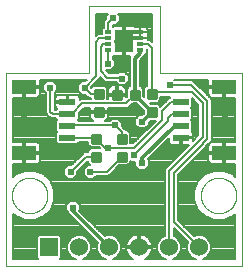
<source format=gtl>
G75*
%MOIN*%
%OFA0B0*%
%FSLAX25Y25*%
%IPPOS*%
%LPD*%
%AMOC8*
5,1,8,0,0,1.08239X$1,22.5*
%
%ADD10C,0.00100*%
%ADD11C,0.00000*%
%ADD12C,0.00875*%
%ADD13R,0.06000X0.06000*%
%ADD14C,0.06000*%
%ADD15R,0.05315X0.02362*%
%ADD16R,0.07874X0.04724*%
%ADD17R,0.06102X0.07283*%
%ADD18R,0.02362X0.01181*%
%ADD19C,0.01200*%
%ADD20C,0.00800*%
%ADD21C,0.02400*%
%ADD22C,0.00700*%
D10*
X0011938Y0001701D02*
X0011938Y0066268D01*
X0039498Y0066268D01*
X0039498Y0088315D01*
X0063120Y0088315D01*
X0063120Y0066268D01*
X0090679Y0066268D01*
X0090679Y0001701D01*
X0011938Y0001701D01*
D11*
X0013906Y0025323D02*
X0013908Y0025476D01*
X0013914Y0025630D01*
X0013924Y0025783D01*
X0013938Y0025935D01*
X0013956Y0026088D01*
X0013978Y0026239D01*
X0014003Y0026390D01*
X0014033Y0026541D01*
X0014067Y0026691D01*
X0014104Y0026839D01*
X0014145Y0026987D01*
X0014190Y0027133D01*
X0014239Y0027279D01*
X0014292Y0027423D01*
X0014348Y0027565D01*
X0014408Y0027706D01*
X0014472Y0027846D01*
X0014539Y0027984D01*
X0014610Y0028120D01*
X0014685Y0028254D01*
X0014762Y0028386D01*
X0014844Y0028516D01*
X0014928Y0028644D01*
X0015016Y0028770D01*
X0015107Y0028893D01*
X0015201Y0029014D01*
X0015299Y0029132D01*
X0015399Y0029248D01*
X0015503Y0029361D01*
X0015609Y0029472D01*
X0015718Y0029580D01*
X0015830Y0029685D01*
X0015944Y0029786D01*
X0016062Y0029885D01*
X0016181Y0029981D01*
X0016303Y0030074D01*
X0016428Y0030163D01*
X0016555Y0030250D01*
X0016684Y0030332D01*
X0016815Y0030412D01*
X0016948Y0030488D01*
X0017083Y0030561D01*
X0017220Y0030630D01*
X0017359Y0030695D01*
X0017499Y0030757D01*
X0017641Y0030815D01*
X0017784Y0030870D01*
X0017929Y0030921D01*
X0018075Y0030968D01*
X0018222Y0031011D01*
X0018370Y0031050D01*
X0018519Y0031086D01*
X0018669Y0031117D01*
X0018820Y0031145D01*
X0018971Y0031169D01*
X0019124Y0031189D01*
X0019276Y0031205D01*
X0019429Y0031217D01*
X0019582Y0031225D01*
X0019735Y0031229D01*
X0019889Y0031229D01*
X0020042Y0031225D01*
X0020195Y0031217D01*
X0020348Y0031205D01*
X0020500Y0031189D01*
X0020653Y0031169D01*
X0020804Y0031145D01*
X0020955Y0031117D01*
X0021105Y0031086D01*
X0021254Y0031050D01*
X0021402Y0031011D01*
X0021549Y0030968D01*
X0021695Y0030921D01*
X0021840Y0030870D01*
X0021983Y0030815D01*
X0022125Y0030757D01*
X0022265Y0030695D01*
X0022404Y0030630D01*
X0022541Y0030561D01*
X0022676Y0030488D01*
X0022809Y0030412D01*
X0022940Y0030332D01*
X0023069Y0030250D01*
X0023196Y0030163D01*
X0023321Y0030074D01*
X0023443Y0029981D01*
X0023562Y0029885D01*
X0023680Y0029786D01*
X0023794Y0029685D01*
X0023906Y0029580D01*
X0024015Y0029472D01*
X0024121Y0029361D01*
X0024225Y0029248D01*
X0024325Y0029132D01*
X0024423Y0029014D01*
X0024517Y0028893D01*
X0024608Y0028770D01*
X0024696Y0028644D01*
X0024780Y0028516D01*
X0024862Y0028386D01*
X0024939Y0028254D01*
X0025014Y0028120D01*
X0025085Y0027984D01*
X0025152Y0027846D01*
X0025216Y0027706D01*
X0025276Y0027565D01*
X0025332Y0027423D01*
X0025385Y0027279D01*
X0025434Y0027133D01*
X0025479Y0026987D01*
X0025520Y0026839D01*
X0025557Y0026691D01*
X0025591Y0026541D01*
X0025621Y0026390D01*
X0025646Y0026239D01*
X0025668Y0026088D01*
X0025686Y0025935D01*
X0025700Y0025783D01*
X0025710Y0025630D01*
X0025716Y0025476D01*
X0025718Y0025323D01*
X0025716Y0025170D01*
X0025710Y0025016D01*
X0025700Y0024863D01*
X0025686Y0024711D01*
X0025668Y0024558D01*
X0025646Y0024407D01*
X0025621Y0024256D01*
X0025591Y0024105D01*
X0025557Y0023955D01*
X0025520Y0023807D01*
X0025479Y0023659D01*
X0025434Y0023513D01*
X0025385Y0023367D01*
X0025332Y0023223D01*
X0025276Y0023081D01*
X0025216Y0022940D01*
X0025152Y0022800D01*
X0025085Y0022662D01*
X0025014Y0022526D01*
X0024939Y0022392D01*
X0024862Y0022260D01*
X0024780Y0022130D01*
X0024696Y0022002D01*
X0024608Y0021876D01*
X0024517Y0021753D01*
X0024423Y0021632D01*
X0024325Y0021514D01*
X0024225Y0021398D01*
X0024121Y0021285D01*
X0024015Y0021174D01*
X0023906Y0021066D01*
X0023794Y0020961D01*
X0023680Y0020860D01*
X0023562Y0020761D01*
X0023443Y0020665D01*
X0023321Y0020572D01*
X0023196Y0020483D01*
X0023069Y0020396D01*
X0022940Y0020314D01*
X0022809Y0020234D01*
X0022676Y0020158D01*
X0022541Y0020085D01*
X0022404Y0020016D01*
X0022265Y0019951D01*
X0022125Y0019889D01*
X0021983Y0019831D01*
X0021840Y0019776D01*
X0021695Y0019725D01*
X0021549Y0019678D01*
X0021402Y0019635D01*
X0021254Y0019596D01*
X0021105Y0019560D01*
X0020955Y0019529D01*
X0020804Y0019501D01*
X0020653Y0019477D01*
X0020500Y0019457D01*
X0020348Y0019441D01*
X0020195Y0019429D01*
X0020042Y0019421D01*
X0019889Y0019417D01*
X0019735Y0019417D01*
X0019582Y0019421D01*
X0019429Y0019429D01*
X0019276Y0019441D01*
X0019124Y0019457D01*
X0018971Y0019477D01*
X0018820Y0019501D01*
X0018669Y0019529D01*
X0018519Y0019560D01*
X0018370Y0019596D01*
X0018222Y0019635D01*
X0018075Y0019678D01*
X0017929Y0019725D01*
X0017784Y0019776D01*
X0017641Y0019831D01*
X0017499Y0019889D01*
X0017359Y0019951D01*
X0017220Y0020016D01*
X0017083Y0020085D01*
X0016948Y0020158D01*
X0016815Y0020234D01*
X0016684Y0020314D01*
X0016555Y0020396D01*
X0016428Y0020483D01*
X0016303Y0020572D01*
X0016181Y0020665D01*
X0016062Y0020761D01*
X0015944Y0020860D01*
X0015830Y0020961D01*
X0015718Y0021066D01*
X0015609Y0021174D01*
X0015503Y0021285D01*
X0015399Y0021398D01*
X0015299Y0021514D01*
X0015201Y0021632D01*
X0015107Y0021753D01*
X0015016Y0021876D01*
X0014928Y0022002D01*
X0014844Y0022130D01*
X0014762Y0022260D01*
X0014685Y0022392D01*
X0014610Y0022526D01*
X0014539Y0022662D01*
X0014472Y0022800D01*
X0014408Y0022940D01*
X0014348Y0023081D01*
X0014292Y0023223D01*
X0014239Y0023367D01*
X0014190Y0023513D01*
X0014145Y0023659D01*
X0014104Y0023807D01*
X0014067Y0023955D01*
X0014033Y0024105D01*
X0014003Y0024256D01*
X0013978Y0024407D01*
X0013956Y0024558D01*
X0013938Y0024711D01*
X0013924Y0024863D01*
X0013914Y0025016D01*
X0013908Y0025170D01*
X0013906Y0025323D01*
X0076899Y0025323D02*
X0076901Y0025476D01*
X0076907Y0025630D01*
X0076917Y0025783D01*
X0076931Y0025935D01*
X0076949Y0026088D01*
X0076971Y0026239D01*
X0076996Y0026390D01*
X0077026Y0026541D01*
X0077060Y0026691D01*
X0077097Y0026839D01*
X0077138Y0026987D01*
X0077183Y0027133D01*
X0077232Y0027279D01*
X0077285Y0027423D01*
X0077341Y0027565D01*
X0077401Y0027706D01*
X0077465Y0027846D01*
X0077532Y0027984D01*
X0077603Y0028120D01*
X0077678Y0028254D01*
X0077755Y0028386D01*
X0077837Y0028516D01*
X0077921Y0028644D01*
X0078009Y0028770D01*
X0078100Y0028893D01*
X0078194Y0029014D01*
X0078292Y0029132D01*
X0078392Y0029248D01*
X0078496Y0029361D01*
X0078602Y0029472D01*
X0078711Y0029580D01*
X0078823Y0029685D01*
X0078937Y0029786D01*
X0079055Y0029885D01*
X0079174Y0029981D01*
X0079296Y0030074D01*
X0079421Y0030163D01*
X0079548Y0030250D01*
X0079677Y0030332D01*
X0079808Y0030412D01*
X0079941Y0030488D01*
X0080076Y0030561D01*
X0080213Y0030630D01*
X0080352Y0030695D01*
X0080492Y0030757D01*
X0080634Y0030815D01*
X0080777Y0030870D01*
X0080922Y0030921D01*
X0081068Y0030968D01*
X0081215Y0031011D01*
X0081363Y0031050D01*
X0081512Y0031086D01*
X0081662Y0031117D01*
X0081813Y0031145D01*
X0081964Y0031169D01*
X0082117Y0031189D01*
X0082269Y0031205D01*
X0082422Y0031217D01*
X0082575Y0031225D01*
X0082728Y0031229D01*
X0082882Y0031229D01*
X0083035Y0031225D01*
X0083188Y0031217D01*
X0083341Y0031205D01*
X0083493Y0031189D01*
X0083646Y0031169D01*
X0083797Y0031145D01*
X0083948Y0031117D01*
X0084098Y0031086D01*
X0084247Y0031050D01*
X0084395Y0031011D01*
X0084542Y0030968D01*
X0084688Y0030921D01*
X0084833Y0030870D01*
X0084976Y0030815D01*
X0085118Y0030757D01*
X0085258Y0030695D01*
X0085397Y0030630D01*
X0085534Y0030561D01*
X0085669Y0030488D01*
X0085802Y0030412D01*
X0085933Y0030332D01*
X0086062Y0030250D01*
X0086189Y0030163D01*
X0086314Y0030074D01*
X0086436Y0029981D01*
X0086555Y0029885D01*
X0086673Y0029786D01*
X0086787Y0029685D01*
X0086899Y0029580D01*
X0087008Y0029472D01*
X0087114Y0029361D01*
X0087218Y0029248D01*
X0087318Y0029132D01*
X0087416Y0029014D01*
X0087510Y0028893D01*
X0087601Y0028770D01*
X0087689Y0028644D01*
X0087773Y0028516D01*
X0087855Y0028386D01*
X0087932Y0028254D01*
X0088007Y0028120D01*
X0088078Y0027984D01*
X0088145Y0027846D01*
X0088209Y0027706D01*
X0088269Y0027565D01*
X0088325Y0027423D01*
X0088378Y0027279D01*
X0088427Y0027133D01*
X0088472Y0026987D01*
X0088513Y0026839D01*
X0088550Y0026691D01*
X0088584Y0026541D01*
X0088614Y0026390D01*
X0088639Y0026239D01*
X0088661Y0026088D01*
X0088679Y0025935D01*
X0088693Y0025783D01*
X0088703Y0025630D01*
X0088709Y0025476D01*
X0088711Y0025323D01*
X0088709Y0025170D01*
X0088703Y0025016D01*
X0088693Y0024863D01*
X0088679Y0024711D01*
X0088661Y0024558D01*
X0088639Y0024407D01*
X0088614Y0024256D01*
X0088584Y0024105D01*
X0088550Y0023955D01*
X0088513Y0023807D01*
X0088472Y0023659D01*
X0088427Y0023513D01*
X0088378Y0023367D01*
X0088325Y0023223D01*
X0088269Y0023081D01*
X0088209Y0022940D01*
X0088145Y0022800D01*
X0088078Y0022662D01*
X0088007Y0022526D01*
X0087932Y0022392D01*
X0087855Y0022260D01*
X0087773Y0022130D01*
X0087689Y0022002D01*
X0087601Y0021876D01*
X0087510Y0021753D01*
X0087416Y0021632D01*
X0087318Y0021514D01*
X0087218Y0021398D01*
X0087114Y0021285D01*
X0087008Y0021174D01*
X0086899Y0021066D01*
X0086787Y0020961D01*
X0086673Y0020860D01*
X0086555Y0020761D01*
X0086436Y0020665D01*
X0086314Y0020572D01*
X0086189Y0020483D01*
X0086062Y0020396D01*
X0085933Y0020314D01*
X0085802Y0020234D01*
X0085669Y0020158D01*
X0085534Y0020085D01*
X0085397Y0020016D01*
X0085258Y0019951D01*
X0085118Y0019889D01*
X0084976Y0019831D01*
X0084833Y0019776D01*
X0084688Y0019725D01*
X0084542Y0019678D01*
X0084395Y0019635D01*
X0084247Y0019596D01*
X0084098Y0019560D01*
X0083948Y0019529D01*
X0083797Y0019501D01*
X0083646Y0019477D01*
X0083493Y0019457D01*
X0083341Y0019441D01*
X0083188Y0019429D01*
X0083035Y0019421D01*
X0082882Y0019417D01*
X0082728Y0019417D01*
X0082575Y0019421D01*
X0082422Y0019429D01*
X0082269Y0019441D01*
X0082117Y0019457D01*
X0081964Y0019477D01*
X0081813Y0019501D01*
X0081662Y0019529D01*
X0081512Y0019560D01*
X0081363Y0019596D01*
X0081215Y0019635D01*
X0081068Y0019678D01*
X0080922Y0019725D01*
X0080777Y0019776D01*
X0080634Y0019831D01*
X0080492Y0019889D01*
X0080352Y0019951D01*
X0080213Y0020016D01*
X0080076Y0020085D01*
X0079941Y0020158D01*
X0079808Y0020234D01*
X0079677Y0020314D01*
X0079548Y0020396D01*
X0079421Y0020483D01*
X0079296Y0020572D01*
X0079174Y0020665D01*
X0079055Y0020761D01*
X0078937Y0020860D01*
X0078823Y0020961D01*
X0078711Y0021066D01*
X0078602Y0021174D01*
X0078496Y0021285D01*
X0078392Y0021398D01*
X0078292Y0021514D01*
X0078194Y0021632D01*
X0078100Y0021753D01*
X0078009Y0021876D01*
X0077921Y0022002D01*
X0077837Y0022130D01*
X0077755Y0022260D01*
X0077678Y0022392D01*
X0077603Y0022526D01*
X0077532Y0022662D01*
X0077465Y0022800D01*
X0077401Y0022940D01*
X0077341Y0023081D01*
X0077285Y0023223D01*
X0077232Y0023367D01*
X0077183Y0023513D01*
X0077138Y0023659D01*
X0077097Y0023807D01*
X0077060Y0023955D01*
X0077026Y0024105D01*
X0076996Y0024256D01*
X0076971Y0024407D01*
X0076949Y0024558D01*
X0076931Y0024711D01*
X0076917Y0024863D01*
X0076907Y0025016D01*
X0076901Y0025170D01*
X0076899Y0025323D01*
D12*
X0049125Y0036888D02*
X0049125Y0039514D01*
X0051751Y0039514D01*
X0051751Y0036888D01*
X0049125Y0036888D01*
X0049125Y0037719D02*
X0051751Y0037719D01*
X0051751Y0038550D02*
X0049125Y0038550D01*
X0049125Y0039381D02*
X0051751Y0039381D01*
X0049125Y0042888D02*
X0049125Y0045514D01*
X0051751Y0045514D01*
X0051751Y0042888D01*
X0049125Y0042888D01*
X0049125Y0043719D02*
X0051751Y0043719D01*
X0051751Y0044550D02*
X0049125Y0044550D01*
X0049125Y0045381D02*
X0051751Y0045381D01*
X0059301Y0051800D02*
X0059301Y0054426D01*
X0061927Y0054426D01*
X0061927Y0051800D01*
X0059301Y0051800D01*
X0059301Y0052631D02*
X0061927Y0052631D01*
X0061927Y0053462D02*
X0059301Y0053462D01*
X0059301Y0054293D02*
X0061927Y0054293D01*
X0059301Y0057800D02*
X0059301Y0060426D01*
X0061927Y0060426D01*
X0061927Y0057800D01*
X0059301Y0057800D01*
X0059301Y0058631D02*
X0061927Y0058631D01*
X0061927Y0059462D02*
X0059301Y0059462D01*
X0059301Y0060293D02*
X0061927Y0060293D01*
X0056196Y0057588D02*
X0053570Y0057588D01*
X0053570Y0060214D01*
X0056196Y0060214D01*
X0056196Y0057588D01*
X0056196Y0058419D02*
X0053570Y0058419D01*
X0053570Y0059250D02*
X0056196Y0059250D01*
X0056196Y0060081D02*
X0053570Y0060081D01*
X0050196Y0057588D02*
X0047570Y0057588D01*
X0047570Y0060214D01*
X0050196Y0060214D01*
X0050196Y0057588D01*
X0050196Y0058419D02*
X0047570Y0058419D01*
X0047570Y0059250D02*
X0050196Y0059250D01*
X0050196Y0060081D02*
X0047570Y0060081D01*
X0044251Y0060414D02*
X0044251Y0057788D01*
X0041625Y0057788D01*
X0041625Y0060414D01*
X0044251Y0060414D01*
X0044251Y0058619D02*
X0041625Y0058619D01*
X0041625Y0059450D02*
X0044251Y0059450D01*
X0044251Y0060281D02*
X0041625Y0060281D01*
X0044251Y0054414D02*
X0044251Y0051788D01*
X0041625Y0051788D01*
X0041625Y0054414D01*
X0044251Y0054414D01*
X0044251Y0052619D02*
X0041625Y0052619D01*
X0041625Y0053450D02*
X0044251Y0053450D01*
X0044251Y0054281D02*
X0041625Y0054281D01*
X0040725Y0045514D02*
X0040725Y0042888D01*
X0040725Y0045514D02*
X0043351Y0045514D01*
X0043351Y0042888D01*
X0040725Y0042888D01*
X0040725Y0043719D02*
X0043351Y0043719D01*
X0043351Y0044550D02*
X0040725Y0044550D01*
X0040725Y0045381D02*
X0043351Y0045381D01*
X0040725Y0039514D02*
X0040725Y0036888D01*
X0040725Y0039514D02*
X0043351Y0039514D01*
X0043351Y0036888D01*
X0040725Y0036888D01*
X0040725Y0037719D02*
X0043351Y0037719D01*
X0043351Y0038550D02*
X0040725Y0038550D01*
X0040725Y0039381D02*
X0043351Y0039381D01*
D13*
X0026309Y0008000D03*
D14*
X0036309Y0008000D03*
X0046309Y0008000D03*
X0056309Y0008000D03*
X0066309Y0008000D03*
X0076309Y0008000D03*
D15*
X0070206Y0044614D03*
X0070206Y0048551D03*
X0070206Y0052488D03*
X0070206Y0056425D03*
X0032411Y0056425D03*
X0032411Y0052488D03*
X0032411Y0048551D03*
X0032411Y0044614D03*
D16*
X0017942Y0039496D03*
X0017942Y0061543D03*
X0084675Y0061543D03*
X0084675Y0039496D03*
D17*
X0051309Y0076701D03*
D18*
X0056623Y0077685D03*
X0056623Y0075717D03*
X0056623Y0073748D03*
X0056623Y0079654D03*
X0045994Y0079654D03*
X0045994Y0077685D03*
X0045994Y0075717D03*
X0045994Y0073748D03*
D19*
X0051309Y0076701D02*
X0052293Y0077685D01*
X0056623Y0077685D01*
X0056623Y0079654D02*
X0054261Y0079654D01*
X0051309Y0076701D01*
X0056623Y0073748D02*
X0056623Y0072701D01*
X0054883Y0070961D01*
X0054883Y0058901D01*
X0060596Y0053113D01*
X0060614Y0053113D01*
X0057401Y0049901D01*
X0057238Y0049901D01*
X0068089Y0048551D02*
X0057238Y0037701D01*
X0057238Y0036101D01*
X0068089Y0048551D02*
X0070206Y0048551D01*
X0034238Y0021301D02*
X0034238Y0020070D01*
X0046309Y0008000D01*
D20*
X0066309Y0008000D02*
X0066309Y0033571D01*
X0077488Y0044751D01*
X0077488Y0056151D01*
X0073938Y0059701D01*
X0061201Y0059701D01*
X0060614Y0059113D01*
X0060438Y0059289D01*
X0060438Y0074601D01*
X0059323Y0075717D01*
X0056623Y0075717D01*
X0047538Y0084401D02*
X0045994Y0082856D01*
X0045994Y0079654D01*
X0045994Y0077685D02*
X0043023Y0077685D01*
X0041948Y0076610D01*
X0041948Y0064992D01*
X0038157Y0061201D01*
X0040257Y0059101D01*
X0042938Y0059101D01*
X0045538Y0064592D02*
X0043448Y0066683D01*
X0043448Y0067001D01*
X0043448Y0074910D01*
X0044254Y0075717D01*
X0045994Y0075717D01*
X0045994Y0073748D02*
X0045994Y0069456D01*
X0045838Y0069301D01*
X0045538Y0064592D02*
X0050248Y0064592D01*
X0050538Y0064301D01*
X0054883Y0058901D02*
X0051983Y0056001D01*
X0037381Y0056001D01*
X0033868Y0052488D01*
X0032838Y0052488D01*
X0032411Y0052488D01*
X0027451Y0052488D01*
X0026638Y0053301D01*
X0026638Y0061301D01*
X0032560Y0048701D02*
X0048238Y0048701D01*
X0050438Y0046501D01*
X0050438Y0044201D01*
X0054738Y0041201D02*
X0045838Y0041201D01*
X0045038Y0041201D01*
X0042038Y0044201D01*
X0041625Y0044614D01*
X0032411Y0044614D01*
X0032411Y0048551D02*
X0032560Y0048701D01*
X0038538Y0038201D02*
X0033438Y0033101D01*
X0038538Y0038201D02*
X0042038Y0038201D01*
X0040038Y0033201D02*
X0045438Y0033201D01*
X0050438Y0038201D01*
X0054638Y0038701D02*
X0066038Y0050101D01*
X0066038Y0051301D01*
X0067226Y0052488D01*
X0070206Y0052488D01*
X0070206Y0056425D02*
X0066963Y0056425D01*
X0064038Y0053501D01*
X0064038Y0050501D01*
X0054738Y0041201D01*
X0067809Y0032901D02*
X0077538Y0042631D01*
X0077538Y0042679D01*
X0078988Y0044129D01*
X0078988Y0056772D01*
X0073460Y0062301D01*
X0066438Y0062301D01*
X0067809Y0032901D02*
X0067809Y0016500D01*
X0076309Y0008000D01*
D21*
X0071438Y0005701D03*
X0083438Y0005701D03*
X0057238Y0036101D03*
X0054638Y0038701D03*
X0045838Y0041201D03*
X0048238Y0048701D03*
X0051938Y0048701D03*
X0051938Y0052701D03*
X0057238Y0049901D03*
X0064538Y0057301D03*
X0066438Y0062301D03*
X0057938Y0065701D03*
X0057938Y0068701D03*
X0050938Y0068701D03*
X0050538Y0064301D03*
X0045838Y0069301D03*
X0043138Y0062901D03*
X0038138Y0061201D03*
X0026638Y0061301D03*
X0017938Y0055701D03*
X0017938Y0051701D03*
X0017938Y0047701D03*
X0033438Y0033101D03*
X0040038Y0033201D03*
X0034238Y0021301D03*
X0031438Y0005701D03*
X0041438Y0005701D03*
X0019438Y0005701D03*
X0084938Y0047701D03*
X0084938Y0051701D03*
X0084938Y0055701D03*
X0058938Y0084701D03*
X0054938Y0084701D03*
X0050938Y0084701D03*
X0047538Y0084401D03*
X0042938Y0084701D03*
X0042938Y0081701D03*
X0050938Y0078701D03*
X0050938Y0075701D03*
D22*
X0050959Y0075743D02*
X0051658Y0075743D01*
X0051658Y0076351D02*
X0050959Y0076351D01*
X0050959Y0071709D01*
X0048080Y0071709D01*
X0047736Y0071801D01*
X0047444Y0071970D01*
X0047444Y0070878D01*
X0048088Y0070233D01*
X0048088Y0068369D01*
X0046770Y0067051D01*
X0045130Y0067051D01*
X0046139Y0066042D01*
X0049097Y0066042D01*
X0049606Y0066551D01*
X0051470Y0066551D01*
X0052788Y0065233D01*
X0052788Y0063369D01*
X0051470Y0062051D01*
X0049606Y0062051D01*
X0048516Y0063142D01*
X0044938Y0063142D01*
X0043397Y0064682D01*
X0043397Y0064391D01*
X0040388Y0061382D01*
X0040388Y0061279D01*
X0041010Y0061901D01*
X0044867Y0061901D01*
X0045738Y0061029D01*
X0045738Y0057451D01*
X0045783Y0057451D01*
X0045783Y0058551D01*
X0048533Y0058551D01*
X0048533Y0059251D01*
X0045783Y0059251D01*
X0045783Y0060449D01*
X0045905Y0060903D01*
X0046140Y0061311D01*
X0046473Y0061644D01*
X0046881Y0061879D01*
X0047335Y0062001D01*
X0048533Y0062001D01*
X0048533Y0059251D01*
X0049233Y0059251D01*
X0049233Y0062001D01*
X0050431Y0062001D01*
X0050886Y0061879D01*
X0051293Y0061644D01*
X0051626Y0061311D01*
X0051862Y0060903D01*
X0051983Y0060449D01*
X0051983Y0059251D01*
X0049233Y0059251D01*
X0049233Y0058551D01*
X0051983Y0058551D01*
X0051983Y0058051D01*
X0052083Y0058151D01*
X0052083Y0060829D01*
X0052955Y0061701D01*
X0053233Y0061701D01*
X0053233Y0071644D01*
X0053298Y0071709D01*
X0051658Y0071709D01*
X0051658Y0076351D01*
X0050958Y0076351D02*
X0048225Y0076351D01*
X0048225Y0077051D01*
X0050958Y0077051D01*
X0050958Y0076351D01*
X0050958Y0076441D02*
X0048225Y0076441D01*
X0050959Y0077051D02*
X0050959Y0081693D01*
X0048080Y0081693D01*
X0047736Y0081601D01*
X0047444Y0081431D01*
X0047444Y0082151D01*
X0048470Y0082151D01*
X0049788Y0083469D01*
X0049788Y0085333D01*
X0049206Y0085915D01*
X0060720Y0085915D01*
X0060720Y0076370D01*
X0059923Y0077167D01*
X0059155Y0077167D01*
X0059155Y0077685D01*
X0059155Y0078453D01*
X0059097Y0078669D01*
X0059155Y0078885D01*
X0059155Y0079653D01*
X0056624Y0079653D01*
X0056624Y0079654D01*
X0059155Y0079654D01*
X0059155Y0080422D01*
X0059063Y0080765D01*
X0058885Y0081073D01*
X0058634Y0081324D01*
X0058326Y0081502D01*
X0057982Y0081594D01*
X0056624Y0081594D01*
X0056624Y0079654D01*
X0056623Y0079654D01*
X0056623Y0081594D01*
X0055265Y0081594D01*
X0055010Y0081526D01*
X0054881Y0081601D01*
X0054537Y0081693D01*
X0051658Y0081693D01*
X0051658Y0077051D01*
X0050959Y0077051D01*
X0050959Y0077140D02*
X0051658Y0077140D01*
X0051658Y0077839D02*
X0050959Y0077839D01*
X0050959Y0078537D02*
X0051658Y0078537D01*
X0051658Y0079236D02*
X0050959Y0079236D01*
X0050959Y0079934D02*
X0051658Y0079934D01*
X0051658Y0080633D02*
X0050959Y0080633D01*
X0050959Y0081331D02*
X0051658Y0081331D01*
X0049746Y0083427D02*
X0060720Y0083427D01*
X0060720Y0084125D02*
X0049788Y0084125D01*
X0049788Y0084824D02*
X0060720Y0084824D01*
X0060720Y0085522D02*
X0049599Y0085522D01*
X0049048Y0082728D02*
X0060720Y0082728D01*
X0060720Y0082030D02*
X0047444Y0082030D01*
X0045288Y0084201D02*
X0044544Y0083457D01*
X0044544Y0081294D01*
X0044378Y0081294D01*
X0043762Y0080679D01*
X0043762Y0079135D01*
X0042422Y0079135D01*
X0041897Y0078610D01*
X0041897Y0085915D01*
X0045871Y0085915D01*
X0045288Y0085333D01*
X0045288Y0084201D01*
X0045212Y0084125D02*
X0041897Y0084125D01*
X0041897Y0083427D02*
X0044544Y0083427D01*
X0044544Y0082728D02*
X0041897Y0082728D01*
X0041897Y0082030D02*
X0044544Y0082030D01*
X0044544Y0081331D02*
X0041897Y0081331D01*
X0041897Y0080633D02*
X0043762Y0080633D01*
X0043762Y0079934D02*
X0041897Y0079934D01*
X0041897Y0079236D02*
X0043762Y0079236D01*
X0045288Y0084824D02*
X0041897Y0084824D01*
X0041897Y0085522D02*
X0045478Y0085522D01*
X0050959Y0075044D02*
X0051658Y0075044D01*
X0051658Y0074346D02*
X0050959Y0074346D01*
X0050959Y0073647D02*
X0051658Y0073647D01*
X0051658Y0072949D02*
X0050959Y0072949D01*
X0050959Y0072250D02*
X0051658Y0072250D01*
X0053233Y0071552D02*
X0047444Y0071552D01*
X0047468Y0070853D02*
X0053233Y0070853D01*
X0053233Y0070155D02*
X0048088Y0070155D01*
X0048088Y0069456D02*
X0053233Y0069456D01*
X0053233Y0068758D02*
X0048088Y0068758D01*
X0047779Y0068059D02*
X0053233Y0068059D01*
X0053233Y0067361D02*
X0047080Y0067361D01*
X0045518Y0066662D02*
X0053233Y0066662D01*
X0053233Y0065964D02*
X0052057Y0065964D01*
X0052756Y0065265D02*
X0053233Y0065265D01*
X0053233Y0064567D02*
X0052788Y0064567D01*
X0052788Y0063868D02*
X0053233Y0063868D01*
X0053233Y0063170D02*
X0052589Y0063170D01*
X0053233Y0062471D02*
X0051891Y0062471D01*
X0051070Y0061773D02*
X0053233Y0061773D01*
X0052328Y0061074D02*
X0051763Y0061074D01*
X0051983Y0060376D02*
X0052083Y0060376D01*
X0052083Y0059677D02*
X0051983Y0059677D01*
X0052083Y0058979D02*
X0049233Y0058979D01*
X0049233Y0059677D02*
X0048533Y0059677D01*
X0048533Y0058979D02*
X0045738Y0058979D01*
X0045738Y0059677D02*
X0045783Y0059677D01*
X0045783Y0060376D02*
X0045738Y0060376D01*
X0045694Y0061074D02*
X0046004Y0061074D01*
X0046697Y0061773D02*
X0044995Y0061773D01*
X0044910Y0063170D02*
X0042176Y0063170D01*
X0042875Y0063868D02*
X0044211Y0063868D01*
X0043513Y0064567D02*
X0043397Y0064567D01*
X0041478Y0062471D02*
X0049186Y0062471D01*
X0049233Y0061773D02*
X0048533Y0061773D01*
X0048533Y0061074D02*
X0049233Y0061074D01*
X0049233Y0060376D02*
X0048533Y0060376D01*
X0045783Y0058280D02*
X0045738Y0058280D01*
X0045738Y0057582D02*
X0045783Y0057582D01*
X0046038Y0054551D02*
X0052584Y0054551D01*
X0053433Y0055400D01*
X0054134Y0056101D01*
X0055329Y0056101D01*
X0057814Y0053583D01*
X0057814Y0052647D01*
X0057318Y0052151D01*
X0056306Y0052151D01*
X0054988Y0050833D01*
X0054988Y0048969D01*
X0056306Y0047651D01*
X0058170Y0047651D01*
X0059488Y0048969D01*
X0059488Y0049654D01*
X0060147Y0050313D01*
X0061800Y0050313D01*
X0054138Y0042651D01*
X0053238Y0042651D01*
X0053238Y0046129D01*
X0052367Y0047001D01*
X0051888Y0047001D01*
X0051888Y0047101D01*
X0051039Y0047951D01*
X0050488Y0048501D01*
X0050488Y0049633D01*
X0049170Y0050951D01*
X0047306Y0050951D01*
X0046506Y0050151D01*
X0044990Y0050151D01*
X0045348Y0050358D01*
X0045681Y0050691D01*
X0045917Y0051098D01*
X0046038Y0051553D01*
X0046038Y0052751D01*
X0043288Y0052751D01*
X0043288Y0053451D01*
X0046038Y0053451D01*
X0046038Y0054551D01*
X0046038Y0054089D02*
X0057314Y0054089D01*
X0057814Y0053391D02*
X0043288Y0053391D01*
X0042588Y0053391D02*
X0036821Y0053391D01*
X0037520Y0054089D02*
X0039838Y0054089D01*
X0039838Y0054551D02*
X0039838Y0053451D01*
X0042588Y0053451D01*
X0042588Y0052751D01*
X0039838Y0052751D01*
X0039838Y0051553D01*
X0039960Y0051098D01*
X0040196Y0050691D01*
X0040528Y0050358D01*
X0040887Y0050151D01*
X0036118Y0050151D01*
X0036118Y0050167D01*
X0035766Y0050520D01*
X0036118Y0050872D01*
X0036118Y0052688D01*
X0037981Y0054551D01*
X0039838Y0054551D01*
X0039838Y0052692D02*
X0036123Y0052692D01*
X0036118Y0051994D02*
X0039838Y0051994D01*
X0039908Y0051295D02*
X0036118Y0051295D01*
X0035843Y0050597D02*
X0040290Y0050597D01*
X0045587Y0050597D02*
X0046952Y0050597D01*
X0046038Y0051994D02*
X0056149Y0051994D01*
X0055451Y0051295D02*
X0045969Y0051295D01*
X0046038Y0052692D02*
X0057814Y0052692D01*
X0056625Y0054788D02*
X0052821Y0054788D01*
X0053519Y0055486D02*
X0055935Y0055486D01*
X0057814Y0058280D02*
X0057683Y0058413D01*
X0057683Y0060829D01*
X0056812Y0061701D01*
X0056533Y0061701D01*
X0056533Y0070277D01*
X0057307Y0071051D01*
X0058273Y0072017D01*
X0058273Y0072141D01*
X0058855Y0072723D01*
X0058855Y0074134D01*
X0058988Y0074000D01*
X0058988Y0061913D01*
X0058685Y0061913D01*
X0057814Y0061042D01*
X0057814Y0058280D01*
X0057814Y0058979D02*
X0057683Y0058979D01*
X0057683Y0059677D02*
X0057814Y0059677D01*
X0057814Y0060376D02*
X0057683Y0060376D01*
X0057846Y0061074D02*
X0057438Y0061074D01*
X0056533Y0061773D02*
X0058545Y0061773D01*
X0058988Y0062471D02*
X0056533Y0062471D01*
X0056533Y0063170D02*
X0058988Y0063170D01*
X0058988Y0063868D02*
X0056533Y0063868D01*
X0056533Y0064567D02*
X0058988Y0064567D01*
X0058988Y0065265D02*
X0056533Y0065265D01*
X0056533Y0065964D02*
X0058988Y0065964D01*
X0058988Y0066662D02*
X0056533Y0066662D01*
X0056533Y0067361D02*
X0058988Y0067361D01*
X0058988Y0068059D02*
X0056533Y0068059D01*
X0056533Y0068758D02*
X0058988Y0068758D01*
X0058988Y0069456D02*
X0056533Y0069456D01*
X0056533Y0070155D02*
X0058988Y0070155D01*
X0058988Y0070853D02*
X0057110Y0070853D01*
X0057307Y0071051D02*
X0057307Y0071051D01*
X0057808Y0071552D02*
X0058988Y0071552D01*
X0058988Y0072250D02*
X0058382Y0072250D01*
X0058855Y0072949D02*
X0058988Y0072949D01*
X0058988Y0073647D02*
X0058855Y0073647D01*
X0060648Y0076441D02*
X0060720Y0076441D01*
X0060720Y0077140D02*
X0059950Y0077140D01*
X0059155Y0077685D02*
X0056624Y0077685D01*
X0059155Y0077685D01*
X0059155Y0077839D02*
X0060720Y0077839D01*
X0060720Y0078537D02*
X0059132Y0078537D01*
X0059155Y0079236D02*
X0060720Y0079236D01*
X0060720Y0079934D02*
X0059155Y0079934D01*
X0059098Y0080633D02*
X0060720Y0080633D01*
X0060720Y0081331D02*
X0058622Y0081331D01*
X0056624Y0081331D02*
X0056623Y0081331D01*
X0056623Y0080633D02*
X0056624Y0080633D01*
X0056623Y0079934D02*
X0056624Y0079934D01*
X0056624Y0079653D02*
X0056624Y0077713D01*
X0056624Y0077685D01*
X0056624Y0077685D01*
X0056623Y0077685D01*
X0056623Y0079653D01*
X0056624Y0079653D01*
X0056623Y0079236D02*
X0056624Y0079236D01*
X0056623Y0078537D02*
X0056624Y0078537D01*
X0056623Y0077839D02*
X0056624Y0077839D01*
X0068053Y0063868D02*
X0079388Y0063868D01*
X0079388Y0061893D01*
X0084325Y0061893D01*
X0084325Y0061193D01*
X0085025Y0061193D01*
X0085025Y0057831D01*
X0088279Y0057831D01*
X0088279Y0043208D01*
X0085025Y0043208D01*
X0085025Y0039846D01*
X0084325Y0039846D01*
X0084325Y0043208D01*
X0080560Y0043208D01*
X0080217Y0043116D01*
X0079909Y0042939D01*
X0079657Y0042687D01*
X0079480Y0042379D01*
X0079388Y0042036D01*
X0079388Y0039846D01*
X0084325Y0039846D01*
X0084325Y0039146D01*
X0085025Y0039146D01*
X0085025Y0035784D01*
X0088279Y0035784D01*
X0088279Y0031524D01*
X0087481Y0032322D01*
X0084447Y0033578D01*
X0081162Y0033578D01*
X0078128Y0032322D01*
X0075806Y0029999D01*
X0074549Y0026965D01*
X0074549Y0023681D01*
X0075806Y0020646D01*
X0078128Y0018324D01*
X0081162Y0017067D01*
X0084447Y0017067D01*
X0087481Y0018324D01*
X0088279Y0019122D01*
X0088279Y0004101D01*
X0077478Y0004101D01*
X0078603Y0004567D01*
X0079742Y0005706D01*
X0080359Y0007194D01*
X0080359Y0008806D01*
X0079742Y0010294D01*
X0078603Y0011433D01*
X0077114Y0012050D01*
X0075503Y0012050D01*
X0074659Y0011700D01*
X0069259Y0017101D01*
X0069259Y0032300D01*
X0078139Y0041181D01*
X0078988Y0042030D01*
X0078988Y0042079D01*
X0080438Y0043529D01*
X0080438Y0057373D01*
X0074060Y0063751D01*
X0068170Y0063751D01*
X0068053Y0063868D01*
X0066708Y0058251D02*
X0063414Y0058251D01*
X0063414Y0057185D01*
X0062543Y0056313D01*
X0059756Y0056313D01*
X0060151Y0055913D01*
X0062543Y0055913D01*
X0063414Y0055042D01*
X0063414Y0054927D01*
X0066362Y0057875D01*
X0066499Y0057875D01*
X0066499Y0058041D01*
X0066708Y0058251D01*
X0066069Y0057582D02*
X0063414Y0057582D01*
X0063112Y0056883D02*
X0065370Y0056883D01*
X0064672Y0056185D02*
X0059883Y0056185D01*
X0062970Y0055486D02*
X0063973Y0055486D01*
X0061385Y0049898D02*
X0059732Y0049898D01*
X0059488Y0049200D02*
X0060687Y0049200D01*
X0059988Y0048501D02*
X0059021Y0048501D01*
X0059290Y0047803D02*
X0058322Y0047803D01*
X0058591Y0047104D02*
X0051886Y0047104D01*
X0051187Y0047803D02*
X0056155Y0047803D01*
X0055456Y0048501D02*
X0050489Y0048501D01*
X0050488Y0049200D02*
X0054988Y0049200D01*
X0054988Y0049898D02*
X0050223Y0049898D01*
X0049525Y0050597D02*
X0054988Y0050597D01*
X0052962Y0046406D02*
X0057893Y0046406D01*
X0057194Y0045707D02*
X0053238Y0045707D01*
X0053238Y0045008D02*
X0056496Y0045008D01*
X0055797Y0044310D02*
X0053238Y0044310D01*
X0053238Y0043611D02*
X0055099Y0043611D01*
X0054400Y0042913D02*
X0053238Y0042913D01*
X0053238Y0036919D02*
X0053706Y0036451D01*
X0054988Y0036451D01*
X0054988Y0035169D01*
X0056306Y0033851D01*
X0058170Y0033851D01*
X0059488Y0035169D01*
X0059488Y0037033D01*
X0059196Y0037325D01*
X0066199Y0044328D01*
X0066199Y0043255D01*
X0066291Y0042912D01*
X0066468Y0042604D01*
X0066720Y0042353D01*
X0067028Y0042175D01*
X0067371Y0042083D01*
X0069966Y0042083D01*
X0069966Y0044374D01*
X0070447Y0044374D01*
X0070447Y0044855D01*
X0074214Y0044855D01*
X0074214Y0045973D01*
X0074122Y0046316D01*
X0073944Y0046624D01*
X0073773Y0046795D01*
X0073914Y0046935D01*
X0073914Y0050167D01*
X0073561Y0050520D01*
X0073914Y0050872D01*
X0073914Y0054104D01*
X0073561Y0054457D01*
X0073914Y0054809D01*
X0073914Y0057675D01*
X0076038Y0055550D01*
X0076038Y0045351D01*
X0074214Y0043527D01*
X0074214Y0044374D01*
X0070447Y0044374D01*
X0070447Y0042083D01*
X0072770Y0042083D01*
X0064859Y0034171D01*
X0064859Y0011783D01*
X0064014Y0011433D01*
X0062875Y0010294D01*
X0062259Y0008806D01*
X0062259Y0007194D01*
X0062875Y0005706D01*
X0064014Y0004567D01*
X0065139Y0004101D01*
X0058238Y0004101D01*
X0058588Y0004280D01*
X0059142Y0004682D01*
X0059627Y0005166D01*
X0060029Y0005720D01*
X0060340Y0006330D01*
X0060551Y0006981D01*
X0060657Y0007650D01*
X0056659Y0007650D01*
X0056659Y0008350D01*
X0060657Y0008350D01*
X0060551Y0009019D01*
X0060340Y0009670D01*
X0060029Y0010280D01*
X0059627Y0010834D01*
X0059142Y0011318D01*
X0058588Y0011720D01*
X0057978Y0012031D01*
X0057327Y0012243D01*
X0056659Y0012349D01*
X0056659Y0008350D01*
X0055959Y0008350D01*
X0055959Y0012349D01*
X0055290Y0012243D01*
X0054639Y0012031D01*
X0054029Y0011720D01*
X0053475Y0011318D01*
X0052991Y0010834D01*
X0052588Y0010280D01*
X0052277Y0009670D01*
X0052066Y0009019D01*
X0051960Y0008350D01*
X0055958Y0008350D01*
X0055958Y0007650D01*
X0051960Y0007650D01*
X0052066Y0006981D01*
X0052277Y0006330D01*
X0052588Y0005720D01*
X0052991Y0005166D01*
X0053475Y0004682D01*
X0054029Y0004280D01*
X0054380Y0004101D01*
X0047478Y0004101D01*
X0048603Y0004567D01*
X0049742Y0005706D01*
X0050359Y0007194D01*
X0050359Y0008806D01*
X0049742Y0010294D01*
X0048603Y0011433D01*
X0047114Y0012050D01*
X0045503Y0012050D01*
X0044859Y0011783D01*
X0036381Y0020261D01*
X0036488Y0020369D01*
X0036488Y0022233D01*
X0035170Y0023551D01*
X0033306Y0023551D01*
X0031988Y0022233D01*
X0031988Y0020369D01*
X0032588Y0019769D01*
X0032588Y0019387D01*
X0033555Y0018420D01*
X0042525Y0009450D01*
X0042259Y0008806D01*
X0042259Y0007194D01*
X0042875Y0005706D01*
X0044014Y0004567D01*
X0045139Y0004101D01*
X0037478Y0004101D01*
X0038603Y0004567D01*
X0039742Y0005706D01*
X0040359Y0007194D01*
X0040359Y0008806D01*
X0039742Y0010294D01*
X0038603Y0011433D01*
X0037114Y0012050D01*
X0035503Y0012050D01*
X0034014Y0011433D01*
X0032875Y0010294D01*
X0032259Y0008806D01*
X0032259Y0007194D01*
X0032875Y0005706D01*
X0034014Y0004567D01*
X0035139Y0004101D01*
X0029894Y0004101D01*
X0030359Y0004565D01*
X0030359Y0011435D01*
X0029743Y0012050D01*
X0022874Y0012050D01*
X0022259Y0011435D01*
X0022259Y0004565D01*
X0022723Y0004101D01*
X0014338Y0004101D01*
X0014338Y0019122D01*
X0015136Y0018324D01*
X0018170Y0017067D01*
X0021455Y0017067D01*
X0024489Y0018324D01*
X0026811Y0020646D01*
X0028068Y0023681D01*
X0028068Y0026965D01*
X0026811Y0029999D01*
X0024489Y0032322D01*
X0021455Y0033578D01*
X0018170Y0033578D01*
X0015136Y0032322D01*
X0014338Y0031524D01*
X0014338Y0035784D01*
X0017592Y0035784D01*
X0017592Y0039146D01*
X0018292Y0039146D01*
X0018292Y0035784D01*
X0022057Y0035784D01*
X0022400Y0035876D01*
X0022708Y0036054D01*
X0022960Y0036305D01*
X0023137Y0036613D01*
X0023229Y0036956D01*
X0023229Y0039146D01*
X0018292Y0039146D01*
X0018292Y0039846D01*
X0017592Y0039846D01*
X0017592Y0043208D01*
X0014338Y0043208D01*
X0014338Y0057831D01*
X0017592Y0057831D01*
X0017592Y0061193D01*
X0018292Y0061193D01*
X0018292Y0057831D01*
X0022057Y0057831D01*
X0022400Y0057923D01*
X0022708Y0058101D01*
X0022960Y0058352D01*
X0023137Y0058660D01*
X0023229Y0059003D01*
X0023229Y0061193D01*
X0018292Y0061193D01*
X0018292Y0061893D01*
X0023229Y0061893D01*
X0023229Y0063868D01*
X0038773Y0063868D01*
X0038356Y0063451D01*
X0037206Y0063451D01*
X0035888Y0062133D01*
X0035888Y0060269D01*
X0037206Y0058951D01*
X0038356Y0058951D01*
X0039656Y0057651D01*
X0040138Y0057651D01*
X0040138Y0057451D01*
X0036780Y0057451D01*
X0036418Y0057089D01*
X0036418Y0057784D01*
X0036326Y0058127D01*
X0036149Y0058435D01*
X0035897Y0058687D01*
X0035589Y0058864D01*
X0035246Y0058956D01*
X0032651Y0058956D01*
X0032651Y0056666D01*
X0032170Y0056666D01*
X0032170Y0056185D01*
X0028088Y0056185D01*
X0028403Y0056185D02*
X0028403Y0055066D01*
X0028495Y0054723D01*
X0028673Y0054415D01*
X0028844Y0054245D01*
X0028703Y0054104D01*
X0028703Y0053938D01*
X0028088Y0053938D01*
X0028088Y0059569D01*
X0028888Y0060369D01*
X0028888Y0062233D01*
X0027570Y0063551D01*
X0025706Y0063551D01*
X0024388Y0062233D01*
X0024388Y0060369D01*
X0025188Y0059569D01*
X0025188Y0052700D01*
X0026038Y0051851D01*
X0026850Y0051038D01*
X0028703Y0051038D01*
X0028703Y0050872D01*
X0029056Y0050520D01*
X0028703Y0050167D01*
X0028703Y0046935D01*
X0029056Y0046583D01*
X0028703Y0046230D01*
X0028703Y0042998D01*
X0029318Y0042383D01*
X0035503Y0042383D01*
X0036118Y0042998D01*
X0036118Y0043164D01*
X0039238Y0043164D01*
X0039238Y0042272D01*
X0040110Y0041401D01*
X0042788Y0041401D01*
X0043188Y0041001D01*
X0040110Y0041001D01*
X0039238Y0040129D01*
X0039238Y0039651D01*
X0037938Y0039651D01*
X0037088Y0038801D01*
X0033638Y0035351D01*
X0032506Y0035351D01*
X0031188Y0034033D01*
X0031188Y0032169D01*
X0032506Y0030851D01*
X0034370Y0030851D01*
X0035688Y0032169D01*
X0035688Y0033300D01*
X0039139Y0036751D01*
X0039238Y0036751D01*
X0039238Y0036272D01*
X0040060Y0035451D01*
X0039106Y0035451D01*
X0037788Y0034133D01*
X0037788Y0032269D01*
X0039106Y0030951D01*
X0040970Y0030951D01*
X0041770Y0031751D01*
X0046039Y0031751D01*
X0046888Y0032600D01*
X0049689Y0035401D01*
X0052367Y0035401D01*
X0053238Y0036272D01*
X0053238Y0036919D01*
X0053238Y0036626D02*
X0053531Y0036626D01*
X0052894Y0035928D02*
X0054988Y0035928D01*
X0054988Y0035229D02*
X0049518Y0035229D01*
X0048819Y0034531D02*
X0055626Y0034531D01*
X0058850Y0034531D02*
X0065218Y0034531D01*
X0064859Y0033832D02*
X0048121Y0033832D01*
X0047422Y0033134D02*
X0064859Y0033134D01*
X0064859Y0032435D02*
X0046724Y0032435D01*
X0041756Y0031737D02*
X0064859Y0031737D01*
X0064859Y0031038D02*
X0041058Y0031038D01*
X0039019Y0031038D02*
X0034558Y0031038D01*
X0035256Y0031737D02*
X0038320Y0031737D01*
X0037788Y0032435D02*
X0035688Y0032435D01*
X0035688Y0033134D02*
X0037788Y0033134D01*
X0037788Y0033832D02*
X0036221Y0033832D01*
X0036919Y0034531D02*
X0038187Y0034531D01*
X0037618Y0035229D02*
X0038885Y0035229D01*
X0038316Y0035928D02*
X0039583Y0035928D01*
X0039238Y0036626D02*
X0039015Y0036626D01*
X0037009Y0038722D02*
X0023229Y0038722D01*
X0023229Y0038023D02*
X0036310Y0038023D01*
X0035612Y0037325D02*
X0023229Y0037325D01*
X0023141Y0036626D02*
X0034913Y0036626D01*
X0034215Y0035928D02*
X0022490Y0035928D01*
X0022528Y0033134D02*
X0031188Y0033134D01*
X0031188Y0033832D02*
X0014338Y0033832D01*
X0014338Y0033134D02*
X0017097Y0033134D01*
X0015411Y0032435D02*
X0014338Y0032435D01*
X0014338Y0031737D02*
X0014551Y0031737D01*
X0014338Y0034531D02*
X0031687Y0034531D01*
X0032385Y0035229D02*
X0014338Y0035229D01*
X0017592Y0035928D02*
X0018292Y0035928D01*
X0018292Y0036626D02*
X0017592Y0036626D01*
X0017592Y0037325D02*
X0018292Y0037325D01*
X0018292Y0038023D02*
X0017592Y0038023D01*
X0017592Y0038722D02*
X0018292Y0038722D01*
X0018292Y0039420D02*
X0037707Y0039420D01*
X0037088Y0038801D02*
X0037088Y0038801D01*
X0039238Y0040119D02*
X0023229Y0040119D01*
X0023229Y0039846D02*
X0023229Y0042036D01*
X0023137Y0042379D01*
X0022960Y0042687D01*
X0022708Y0042939D01*
X0022400Y0043116D01*
X0022057Y0043208D01*
X0018292Y0043208D01*
X0018292Y0039846D01*
X0023229Y0039846D01*
X0023229Y0040817D02*
X0039926Y0040817D01*
X0039995Y0041516D02*
X0023229Y0041516D01*
X0023182Y0042214D02*
X0039296Y0042214D01*
X0039238Y0042913D02*
X0036033Y0042913D01*
X0028789Y0042913D02*
X0022734Y0042913D01*
X0018292Y0042913D02*
X0017592Y0042913D01*
X0017592Y0042214D02*
X0018292Y0042214D01*
X0018292Y0041516D02*
X0017592Y0041516D01*
X0017592Y0040817D02*
X0018292Y0040817D01*
X0018292Y0040119D02*
X0017592Y0040119D01*
X0014338Y0043611D02*
X0028703Y0043611D01*
X0028703Y0044310D02*
X0014338Y0044310D01*
X0014338Y0045008D02*
X0028703Y0045008D01*
X0028703Y0045707D02*
X0014338Y0045707D01*
X0014338Y0046406D02*
X0028879Y0046406D01*
X0028703Y0047104D02*
X0014338Y0047104D01*
X0014338Y0047803D02*
X0028703Y0047803D01*
X0028703Y0048501D02*
X0014338Y0048501D01*
X0014338Y0049200D02*
X0028703Y0049200D01*
X0028703Y0049898D02*
X0014338Y0049898D01*
X0014338Y0050597D02*
X0028979Y0050597D01*
X0026594Y0051295D02*
X0014338Y0051295D01*
X0014338Y0051994D02*
X0025895Y0051994D01*
X0025197Y0052692D02*
X0014338Y0052692D01*
X0014338Y0053391D02*
X0025188Y0053391D01*
X0025188Y0054089D02*
X0014338Y0054089D01*
X0014338Y0054788D02*
X0025188Y0054788D01*
X0025188Y0055486D02*
X0014338Y0055486D01*
X0014338Y0056185D02*
X0025188Y0056185D01*
X0025188Y0056883D02*
X0014338Y0056883D01*
X0014338Y0057582D02*
X0025188Y0057582D01*
X0025188Y0058280D02*
X0022888Y0058280D01*
X0023223Y0058979D02*
X0025188Y0058979D01*
X0025080Y0059677D02*
X0023229Y0059677D01*
X0023229Y0060376D02*
X0024388Y0060376D01*
X0024388Y0061074D02*
X0023229Y0061074D01*
X0024388Y0061773D02*
X0018292Y0061773D01*
X0018292Y0061074D02*
X0017592Y0061074D01*
X0017592Y0060376D02*
X0018292Y0060376D01*
X0018292Y0059677D02*
X0017592Y0059677D01*
X0017592Y0058979D02*
X0018292Y0058979D01*
X0018292Y0058280D02*
X0017592Y0058280D01*
X0023229Y0062471D02*
X0024627Y0062471D01*
X0025325Y0063170D02*
X0023229Y0063170D01*
X0027951Y0063170D02*
X0036925Y0063170D01*
X0036227Y0062471D02*
X0028650Y0062471D01*
X0028888Y0061773D02*
X0035888Y0061773D01*
X0035888Y0061074D02*
X0028888Y0061074D01*
X0028888Y0060376D02*
X0035888Y0060376D01*
X0036480Y0059677D02*
X0028197Y0059677D01*
X0028088Y0058979D02*
X0037179Y0058979D01*
X0036238Y0058280D02*
X0039027Y0058280D01*
X0040138Y0057582D02*
X0036418Y0057582D01*
X0032651Y0057582D02*
X0032170Y0057582D01*
X0032170Y0058280D02*
X0032651Y0058280D01*
X0032170Y0058956D02*
X0032170Y0056666D01*
X0028403Y0056666D01*
X0028403Y0057784D01*
X0028495Y0058127D01*
X0028673Y0058435D01*
X0028924Y0058687D01*
X0029232Y0058864D01*
X0029576Y0058956D01*
X0032170Y0058956D01*
X0032170Y0056883D02*
X0032651Y0056883D01*
X0032170Y0056185D02*
X0028403Y0056185D01*
X0028403Y0056883D02*
X0028088Y0056883D01*
X0028088Y0057582D02*
X0028403Y0057582D01*
X0028584Y0058280D02*
X0028088Y0058280D01*
X0028088Y0055486D02*
X0028403Y0055486D01*
X0028478Y0054788D02*
X0028088Y0054788D01*
X0028088Y0054089D02*
X0028703Y0054089D01*
X0038138Y0061201D02*
X0038157Y0061201D01*
X0040779Y0061773D02*
X0040882Y0061773D01*
X0051983Y0058280D02*
X0052083Y0058280D01*
X0066181Y0044310D02*
X0066199Y0044310D01*
X0066199Y0043611D02*
X0065483Y0043611D01*
X0064784Y0042913D02*
X0066290Y0042913D01*
X0066959Y0042214D02*
X0064086Y0042214D01*
X0063387Y0041516D02*
X0072203Y0041516D01*
X0071504Y0040817D02*
X0062689Y0040817D01*
X0061990Y0040119D02*
X0070806Y0040119D01*
X0070107Y0039420D02*
X0061291Y0039420D01*
X0060593Y0038722D02*
X0069409Y0038722D01*
X0068710Y0038023D02*
X0059894Y0038023D01*
X0059196Y0037325D02*
X0068012Y0037325D01*
X0067313Y0036626D02*
X0059488Y0036626D01*
X0059488Y0035928D02*
X0066615Y0035928D01*
X0065916Y0035229D02*
X0059488Y0035229D01*
X0064859Y0030340D02*
X0026471Y0030340D01*
X0026959Y0029641D02*
X0064859Y0029641D01*
X0064859Y0028943D02*
X0027249Y0028943D01*
X0027538Y0028244D02*
X0064859Y0028244D01*
X0064859Y0027546D02*
X0027827Y0027546D01*
X0028068Y0026847D02*
X0064859Y0026847D01*
X0064859Y0026149D02*
X0028068Y0026149D01*
X0028068Y0025450D02*
X0064859Y0025450D01*
X0064859Y0024752D02*
X0028068Y0024752D01*
X0028068Y0024053D02*
X0064859Y0024053D01*
X0064859Y0023355D02*
X0035367Y0023355D01*
X0036065Y0022656D02*
X0064859Y0022656D01*
X0064859Y0021958D02*
X0036488Y0021958D01*
X0036488Y0021259D02*
X0064859Y0021259D01*
X0064859Y0020561D02*
X0036488Y0020561D01*
X0036780Y0019862D02*
X0064859Y0019862D01*
X0064859Y0019164D02*
X0037478Y0019164D01*
X0038177Y0018465D02*
X0064859Y0018465D01*
X0064859Y0017767D02*
X0038875Y0017767D01*
X0039574Y0017068D02*
X0064859Y0017068D01*
X0064859Y0016370D02*
X0040272Y0016370D01*
X0040971Y0015671D02*
X0064859Y0015671D01*
X0064859Y0014973D02*
X0041669Y0014973D01*
X0042368Y0014274D02*
X0064859Y0014274D01*
X0064859Y0013575D02*
X0043066Y0013575D01*
X0043765Y0012877D02*
X0064859Y0012877D01*
X0064859Y0012178D02*
X0057525Y0012178D01*
X0056659Y0012178D02*
X0055959Y0012178D01*
X0055959Y0011480D02*
X0056659Y0011480D01*
X0056659Y0010781D02*
X0055959Y0010781D01*
X0055959Y0010083D02*
X0056659Y0010083D01*
X0056659Y0009384D02*
X0055959Y0009384D01*
X0055959Y0008686D02*
X0056659Y0008686D01*
X0056659Y0007987D02*
X0062259Y0007987D01*
X0062259Y0007289D02*
X0060600Y0007289D01*
X0060424Y0006590D02*
X0062509Y0006590D01*
X0062798Y0005892D02*
X0060116Y0005892D01*
X0059646Y0005193D02*
X0063388Y0005193D01*
X0064188Y0004495D02*
X0058885Y0004495D01*
X0060604Y0008686D02*
X0062259Y0008686D01*
X0062498Y0009384D02*
X0060433Y0009384D01*
X0060129Y0010083D02*
X0062788Y0010083D01*
X0063362Y0010781D02*
X0059665Y0010781D01*
X0058919Y0011480D02*
X0064127Y0011480D01*
X0067759Y0011783D02*
X0067759Y0014499D01*
X0072608Y0009650D01*
X0072259Y0008806D01*
X0072259Y0007194D01*
X0072875Y0005706D01*
X0074014Y0004567D01*
X0075139Y0004101D01*
X0067478Y0004101D01*
X0068603Y0004567D01*
X0069742Y0005706D01*
X0070359Y0007194D01*
X0070359Y0008806D01*
X0069742Y0010294D01*
X0068603Y0011433D01*
X0067759Y0011783D01*
X0067759Y0012178D02*
X0070079Y0012178D01*
X0069381Y0012877D02*
X0067759Y0012877D01*
X0067759Y0013575D02*
X0068682Y0013575D01*
X0067984Y0014274D02*
X0067759Y0014274D01*
X0068490Y0011480D02*
X0070778Y0011480D01*
X0071476Y0010781D02*
X0069255Y0010781D01*
X0069829Y0010083D02*
X0072175Y0010083D01*
X0072498Y0009384D02*
X0070119Y0009384D01*
X0070359Y0008686D02*
X0072259Y0008686D01*
X0072259Y0007987D02*
X0070359Y0007987D01*
X0070359Y0007289D02*
X0072259Y0007289D01*
X0072509Y0006590D02*
X0070108Y0006590D01*
X0069819Y0005892D02*
X0072798Y0005892D01*
X0073388Y0005193D02*
X0069229Y0005193D01*
X0068429Y0004495D02*
X0074188Y0004495D01*
X0078429Y0004495D02*
X0088279Y0004495D01*
X0088279Y0005193D02*
X0079229Y0005193D01*
X0079819Y0005892D02*
X0088279Y0005892D01*
X0088279Y0006590D02*
X0080108Y0006590D01*
X0080359Y0007289D02*
X0088279Y0007289D01*
X0088279Y0007987D02*
X0080359Y0007987D01*
X0080359Y0008686D02*
X0088279Y0008686D01*
X0088279Y0009384D02*
X0080119Y0009384D01*
X0079829Y0010083D02*
X0088279Y0010083D01*
X0088279Y0010781D02*
X0079255Y0010781D01*
X0078490Y0011480D02*
X0088279Y0011480D01*
X0088279Y0012178D02*
X0074181Y0012178D01*
X0073482Y0012877D02*
X0088279Y0012877D01*
X0088279Y0013575D02*
X0072784Y0013575D01*
X0072085Y0014274D02*
X0088279Y0014274D01*
X0088279Y0014973D02*
X0071387Y0014973D01*
X0070688Y0015671D02*
X0088279Y0015671D01*
X0088279Y0016370D02*
X0069990Y0016370D01*
X0069291Y0017068D02*
X0081161Y0017068D01*
X0079474Y0017767D02*
X0069259Y0017767D01*
X0069259Y0018465D02*
X0077987Y0018465D01*
X0077289Y0019164D02*
X0069259Y0019164D01*
X0069259Y0019862D02*
X0076590Y0019862D01*
X0075892Y0020561D02*
X0069259Y0020561D01*
X0069259Y0021259D02*
X0075552Y0021259D01*
X0075263Y0021958D02*
X0069259Y0021958D01*
X0069259Y0022656D02*
X0074973Y0022656D01*
X0074684Y0023355D02*
X0069259Y0023355D01*
X0069259Y0024053D02*
X0074549Y0024053D01*
X0074549Y0024752D02*
X0069259Y0024752D01*
X0069259Y0025450D02*
X0074549Y0025450D01*
X0074549Y0026149D02*
X0069259Y0026149D01*
X0069259Y0026847D02*
X0074549Y0026847D01*
X0074790Y0027546D02*
X0069259Y0027546D01*
X0069259Y0028244D02*
X0075079Y0028244D01*
X0075368Y0028943D02*
X0069259Y0028943D01*
X0069259Y0029641D02*
X0075658Y0029641D01*
X0076146Y0030340D02*
X0069259Y0030340D01*
X0069259Y0031038D02*
X0076845Y0031038D01*
X0077543Y0031737D02*
X0069259Y0031737D01*
X0069394Y0032435D02*
X0078403Y0032435D01*
X0080089Y0033134D02*
X0070092Y0033134D01*
X0070791Y0033832D02*
X0088279Y0033832D01*
X0088279Y0033134D02*
X0085520Y0033134D01*
X0087206Y0032435D02*
X0088279Y0032435D01*
X0088279Y0031737D02*
X0088066Y0031737D01*
X0088279Y0034531D02*
X0071489Y0034531D01*
X0072188Y0035229D02*
X0088279Y0035229D01*
X0085025Y0035928D02*
X0084325Y0035928D01*
X0084325Y0035784D02*
X0084325Y0039146D01*
X0079388Y0039146D01*
X0079388Y0036956D01*
X0079480Y0036613D01*
X0079657Y0036305D01*
X0079909Y0036054D01*
X0080217Y0035876D01*
X0080560Y0035784D01*
X0084325Y0035784D01*
X0084325Y0036626D02*
X0085025Y0036626D01*
X0085025Y0037325D02*
X0084325Y0037325D01*
X0084325Y0038023D02*
X0085025Y0038023D01*
X0085025Y0038722D02*
X0084325Y0038722D01*
X0084325Y0039420D02*
X0076379Y0039420D01*
X0075680Y0038722D02*
X0079388Y0038722D01*
X0079388Y0038023D02*
X0074982Y0038023D01*
X0074283Y0037325D02*
X0079388Y0037325D01*
X0079476Y0036626D02*
X0073585Y0036626D01*
X0072886Y0035928D02*
X0080127Y0035928D01*
X0079388Y0040119D02*
X0077077Y0040119D01*
X0077776Y0040817D02*
X0079388Y0040817D01*
X0079388Y0041516D02*
X0078474Y0041516D01*
X0079124Y0042214D02*
X0079435Y0042214D01*
X0079823Y0042913D02*
X0079883Y0042913D01*
X0080438Y0043611D02*
X0088279Y0043611D01*
X0088279Y0044310D02*
X0080438Y0044310D01*
X0080438Y0045008D02*
X0088279Y0045008D01*
X0088279Y0045707D02*
X0080438Y0045707D01*
X0080438Y0046406D02*
X0088279Y0046406D01*
X0088279Y0047104D02*
X0080438Y0047104D01*
X0080438Y0047803D02*
X0088279Y0047803D01*
X0088279Y0048501D02*
X0080438Y0048501D01*
X0080438Y0049200D02*
X0088279Y0049200D01*
X0088279Y0049898D02*
X0080438Y0049898D01*
X0080438Y0050597D02*
X0088279Y0050597D01*
X0088279Y0051295D02*
X0080438Y0051295D01*
X0080438Y0051994D02*
X0088279Y0051994D01*
X0088279Y0052692D02*
X0080438Y0052692D01*
X0080438Y0053391D02*
X0088279Y0053391D01*
X0088279Y0054089D02*
X0080438Y0054089D01*
X0080438Y0054788D02*
X0088279Y0054788D01*
X0088279Y0055486D02*
X0080438Y0055486D01*
X0080438Y0056185D02*
X0088279Y0056185D01*
X0088279Y0056883D02*
X0080438Y0056883D01*
X0080229Y0057582D02*
X0088279Y0057582D01*
X0085025Y0058280D02*
X0084325Y0058280D01*
X0084325Y0057831D02*
X0084325Y0061193D01*
X0079388Y0061193D01*
X0079388Y0059003D01*
X0079480Y0058660D01*
X0079657Y0058352D01*
X0079909Y0058101D01*
X0080217Y0057923D01*
X0080560Y0057831D01*
X0084325Y0057831D01*
X0084325Y0058979D02*
X0085025Y0058979D01*
X0085025Y0059677D02*
X0084325Y0059677D01*
X0084325Y0060376D02*
X0085025Y0060376D01*
X0085025Y0061074D02*
X0084325Y0061074D01*
X0084325Y0061773D02*
X0076038Y0061773D01*
X0075340Y0062471D02*
X0079388Y0062471D01*
X0079388Y0063170D02*
X0074641Y0063170D01*
X0076737Y0061074D02*
X0079388Y0061074D01*
X0079388Y0060376D02*
X0077435Y0060376D01*
X0078134Y0059677D02*
X0079388Y0059677D01*
X0079394Y0058979D02*
X0078832Y0058979D01*
X0079531Y0058280D02*
X0079729Y0058280D01*
X0076038Y0055486D02*
X0073914Y0055486D01*
X0073914Y0056185D02*
X0075404Y0056185D01*
X0074705Y0056883D02*
X0073914Y0056883D01*
X0073914Y0057582D02*
X0074007Y0057582D01*
X0073892Y0054788D02*
X0076038Y0054788D01*
X0076038Y0054089D02*
X0073914Y0054089D01*
X0073914Y0053391D02*
X0076038Y0053391D01*
X0076038Y0052692D02*
X0073914Y0052692D01*
X0073914Y0051994D02*
X0076038Y0051994D01*
X0076038Y0051295D02*
X0073914Y0051295D01*
X0073638Y0050597D02*
X0076038Y0050597D01*
X0076038Y0049898D02*
X0073914Y0049898D01*
X0073914Y0049200D02*
X0076038Y0049200D01*
X0076038Y0048501D02*
X0073914Y0048501D01*
X0073914Y0047803D02*
X0076038Y0047803D01*
X0076038Y0047104D02*
X0073914Y0047104D01*
X0074070Y0046406D02*
X0076038Y0046406D01*
X0076038Y0045707D02*
X0074214Y0045707D01*
X0074214Y0045008D02*
X0075696Y0045008D01*
X0074997Y0044310D02*
X0074214Y0044310D01*
X0074214Y0043611D02*
X0074299Y0043611D01*
X0070447Y0043611D02*
X0069966Y0043611D01*
X0069966Y0042913D02*
X0070447Y0042913D01*
X0070447Y0042214D02*
X0069966Y0042214D01*
X0069966Y0044310D02*
X0070447Y0044310D01*
X0084325Y0042913D02*
X0085025Y0042913D01*
X0085025Y0042214D02*
X0084325Y0042214D01*
X0084325Y0041516D02*
X0085025Y0041516D01*
X0085025Y0040817D02*
X0084325Y0040817D01*
X0084325Y0040119D02*
X0085025Y0040119D01*
X0087622Y0018465D02*
X0088279Y0018465D01*
X0088279Y0017767D02*
X0086135Y0017767D01*
X0084448Y0017068D02*
X0088279Y0017068D01*
X0055958Y0007987D02*
X0050359Y0007987D01*
X0050359Y0007289D02*
X0052017Y0007289D01*
X0052193Y0006590D02*
X0050108Y0006590D01*
X0049819Y0005892D02*
X0052501Y0005892D01*
X0052971Y0005193D02*
X0049229Y0005193D01*
X0048429Y0004495D02*
X0053732Y0004495D01*
X0052013Y0008686D02*
X0050359Y0008686D01*
X0050119Y0009384D02*
X0052184Y0009384D01*
X0052488Y0010083D02*
X0049829Y0010083D01*
X0049255Y0010781D02*
X0052952Y0010781D01*
X0053698Y0011480D02*
X0048490Y0011480D01*
X0044464Y0012178D02*
X0055092Y0012178D01*
X0044188Y0004495D02*
X0038429Y0004495D01*
X0039229Y0005193D02*
X0043388Y0005193D01*
X0042798Y0005892D02*
X0039819Y0005892D01*
X0040108Y0006590D02*
X0042509Y0006590D01*
X0042259Y0007289D02*
X0040359Y0007289D01*
X0040359Y0007987D02*
X0042259Y0007987D01*
X0042259Y0008686D02*
X0040359Y0008686D01*
X0040119Y0009384D02*
X0042498Y0009384D01*
X0041892Y0010083D02*
X0039829Y0010083D01*
X0039255Y0010781D02*
X0041194Y0010781D01*
X0040495Y0011480D02*
X0038490Y0011480D01*
X0039797Y0012178D02*
X0014338Y0012178D01*
X0014338Y0011480D02*
X0022304Y0011480D01*
X0022259Y0010781D02*
X0014338Y0010781D01*
X0014338Y0010083D02*
X0022259Y0010083D01*
X0022259Y0009384D02*
X0014338Y0009384D01*
X0014338Y0008686D02*
X0022259Y0008686D01*
X0022259Y0007987D02*
X0014338Y0007987D01*
X0014338Y0007289D02*
X0022259Y0007289D01*
X0022259Y0006590D02*
X0014338Y0006590D01*
X0014338Y0005892D02*
X0022259Y0005892D01*
X0022259Y0005193D02*
X0014338Y0005193D01*
X0014338Y0004495D02*
X0022329Y0004495D01*
X0030288Y0004495D02*
X0034188Y0004495D01*
X0033388Y0005193D02*
X0030359Y0005193D01*
X0030359Y0005892D02*
X0032798Y0005892D01*
X0032509Y0006590D02*
X0030359Y0006590D01*
X0030359Y0007289D02*
X0032259Y0007289D01*
X0032259Y0007987D02*
X0030359Y0007987D01*
X0030359Y0008686D02*
X0032259Y0008686D01*
X0032498Y0009384D02*
X0030359Y0009384D01*
X0030359Y0010083D02*
X0032788Y0010083D01*
X0033362Y0010781D02*
X0030359Y0010781D01*
X0030313Y0011480D02*
X0034127Y0011480D01*
X0037701Y0014274D02*
X0014338Y0014274D01*
X0014338Y0014973D02*
X0037003Y0014973D01*
X0036304Y0015671D02*
X0014338Y0015671D01*
X0014338Y0016370D02*
X0035606Y0016370D01*
X0034907Y0017068D02*
X0021456Y0017068D01*
X0023143Y0017767D02*
X0034209Y0017767D01*
X0033510Y0018465D02*
X0024630Y0018465D01*
X0025328Y0019164D02*
X0032811Y0019164D01*
X0032495Y0019862D02*
X0026027Y0019862D01*
X0026725Y0020561D02*
X0031988Y0020561D01*
X0031988Y0021259D02*
X0027065Y0021259D01*
X0027354Y0021958D02*
X0031988Y0021958D01*
X0032412Y0022656D02*
X0027644Y0022656D01*
X0027933Y0023355D02*
X0033110Y0023355D01*
X0032319Y0031038D02*
X0025772Y0031038D01*
X0025074Y0031737D02*
X0031620Y0031737D01*
X0031188Y0032435D02*
X0024214Y0032435D01*
X0014995Y0018465D02*
X0014338Y0018465D01*
X0014338Y0017767D02*
X0016482Y0017767D01*
X0018169Y0017068D02*
X0014338Y0017068D01*
X0014338Y0013575D02*
X0038400Y0013575D01*
X0039098Y0012877D02*
X0014338Y0012877D01*
M02*

</source>
